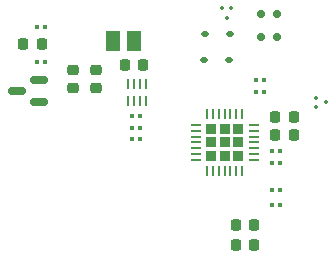
<source format=gbr>
%TF.GenerationSoftware,KiCad,Pcbnew,8.0.1*%
%TF.CreationDate,2024-09-08T05:12:41-06:00*%
%TF.ProjectId,USBHIDKey,55534248-4944-44b6-9579-2e6b69636164,rev?*%
%TF.SameCoordinates,Original*%
%TF.FileFunction,Paste,Bot*%
%TF.FilePolarity,Positive*%
%FSLAX46Y46*%
G04 Gerber Fmt 4.6, Leading zero omitted, Abs format (unit mm)*
G04 Created by KiCad (PCBNEW 8.0.1) date 2024-09-08 05:12:41*
%MOMM*%
%LPD*%
G01*
G04 APERTURE LIST*
G04 Aperture macros list*
%AMRoundRect*
0 Rectangle with rounded corners*
0 $1 Rounding radius*
0 $2 $3 $4 $5 $6 $7 $8 $9 X,Y pos of 4 corners*
0 Add a 4 corners polygon primitive as box body*
4,1,4,$2,$3,$4,$5,$6,$7,$8,$9,$2,$3,0*
0 Add four circle primitives for the rounded corners*
1,1,$1+$1,$2,$3*
1,1,$1+$1,$4,$5*
1,1,$1+$1,$6,$7*
1,1,$1+$1,$8,$9*
0 Add four rect primitives between the rounded corners*
20,1,$1+$1,$2,$3,$4,$5,0*
20,1,$1+$1,$4,$5,$6,$7,0*
20,1,$1+$1,$6,$7,$8,$9,0*
20,1,$1+$1,$8,$9,$2,$3,0*%
G04 Aperture macros list end*
%ADD10RoundRect,0.225000X-0.250000X0.225000X-0.250000X-0.225000X0.250000X-0.225000X0.250000X0.225000X0*%
%ADD11R,1.200000X1.820000*%
%ADD12RoundRect,0.150000X-0.150000X-0.200000X0.150000X-0.200000X0.150000X0.200000X-0.150000X0.200000X0*%
%ADD13RoundRect,0.079500X-0.079500X-0.100500X0.079500X-0.100500X0.079500X0.100500X-0.079500X0.100500X0*%
%ADD14RoundRect,0.079500X0.079500X0.100500X-0.079500X0.100500X-0.079500X-0.100500X0.079500X-0.100500X0*%
%ADD15RoundRect,0.112500X-0.187500X-0.112500X0.187500X-0.112500X0.187500X0.112500X-0.187500X0.112500X0*%
%ADD16RoundRect,0.075000X-0.075000X-0.075000X0.075000X-0.075000X0.075000X0.075000X-0.075000X0.075000X0*%
%ADD17RoundRect,0.225000X-0.225000X-0.250000X0.225000X-0.250000X0.225000X0.250000X-0.225000X0.250000X0*%
%ADD18RoundRect,0.225000X0.225000X0.250000X-0.225000X0.250000X-0.225000X-0.250000X0.225000X-0.250000X0*%
%ADD19RoundRect,0.218750X-0.218750X-0.256250X0.218750X-0.256250X0.218750X0.256250X-0.218750X0.256250X0*%
%ADD20RoundRect,0.225000X-0.225000X0.225000X-0.225000X-0.225000X0.225000X-0.225000X0.225000X0.225000X0*%
%ADD21RoundRect,0.062500X-0.062500X0.337500X-0.062500X-0.337500X0.062500X-0.337500X0.062500X0.337500X0*%
%ADD22RoundRect,0.062500X-0.337500X0.062500X-0.337500X-0.062500X0.337500X-0.062500X0.337500X0.062500X0*%
%ADD23RoundRect,0.075000X0.075000X-0.075000X0.075000X0.075000X-0.075000X0.075000X-0.075000X-0.075000X0*%
%ADD24RoundRect,0.062500X0.062500X-0.337500X0.062500X0.337500X-0.062500X0.337500X-0.062500X-0.337500X0*%
%ADD25RoundRect,0.218750X0.218750X0.256250X-0.218750X0.256250X-0.218750X-0.256250X0.218750X-0.256250X0*%
%ADD26RoundRect,0.150000X0.587500X0.150000X-0.587500X0.150000X-0.587500X-0.150000X0.587500X-0.150000X0*%
G04 APERTURE END LIST*
D10*
%TO.C,C3*%
X232867200Y-63664800D03*
X232867200Y-65214800D03*
%TD*%
%TO.C,C4*%
X230847600Y-63664800D03*
X230847600Y-65214800D03*
%TD*%
D11*
%TO.C,L1*%
X236013200Y-61264800D03*
X234293200Y-61264800D03*
%TD*%
D12*
%TO.C,D4*%
X248161000Y-58978800D03*
X246761000Y-58978800D03*
%TD*%
D13*
%TO.C,R12*%
X247747400Y-73888600D03*
X248437400Y-73888600D03*
%TD*%
%TO.C,R5*%
X246355000Y-64541400D03*
X247045000Y-64541400D03*
%TD*%
%TO.C,R11*%
X247747400Y-71526400D03*
X248437400Y-71526400D03*
%TD*%
D14*
%TO.C,R6*%
X247045000Y-65532000D03*
X246355000Y-65532000D03*
%TD*%
D12*
%TO.C,D3*%
X248161000Y-60858400D03*
X246761000Y-60858400D03*
%TD*%
D13*
%TO.C,C6*%
X235890200Y-69545200D03*
X236580200Y-69545200D03*
%TD*%
D14*
%TO.C,R3*%
X248426800Y-70535800D03*
X247736800Y-70535800D03*
%TD*%
D15*
%TO.C,D1*%
X241994000Y-62814200D03*
X244094000Y-62814200D03*
%TD*%
D16*
%TO.C,U4*%
X243535200Y-58445400D03*
X244235200Y-58445400D03*
X243885200Y-59295400D03*
%TD*%
D17*
%TO.C,C1*%
X248018000Y-67644800D03*
X249568000Y-67644800D03*
%TD*%
D14*
%TO.C,R8*%
X236575600Y-67589400D03*
X235885600Y-67589400D03*
%TD*%
D18*
%TO.C,C5*%
X236830200Y-63296800D03*
X235280200Y-63296800D03*
%TD*%
D13*
%TO.C,R7*%
X235890200Y-68580000D03*
X236580200Y-68580000D03*
%TD*%
%TO.C,R9*%
X227823200Y-63042800D03*
X228513200Y-63042800D03*
%TD*%
D17*
%TO.C,C2*%
X248018000Y-69215000D03*
X249568000Y-69215000D03*
%TD*%
D13*
%TO.C,R10*%
X227823200Y-60071000D03*
X228513200Y-60071000D03*
%TD*%
D19*
%TO.C,D7*%
X244670000Y-78530000D03*
X246245000Y-78530000D03*
%TD*%
D20*
%TO.C,U2*%
X244835400Y-68704600D03*
X243715400Y-68704600D03*
X242595400Y-68704600D03*
X244835400Y-69824600D03*
X243715400Y-69824600D03*
X242595400Y-69824600D03*
X244835400Y-70944600D03*
X243715400Y-70944600D03*
X242595400Y-70944600D03*
D21*
X242215400Y-67374600D03*
X242715400Y-67374600D03*
X243215400Y-67374600D03*
X243715400Y-67374600D03*
X244215400Y-67374600D03*
X244715400Y-67374600D03*
X245215400Y-67374600D03*
D22*
X246165400Y-68324600D03*
X246165400Y-68824600D03*
X246165400Y-69324600D03*
X246165400Y-69824600D03*
X246165400Y-70324600D03*
X246165400Y-70824600D03*
X246165400Y-71324600D03*
D21*
X245215400Y-72274600D03*
X244715400Y-72274600D03*
X244215400Y-72274600D03*
X243715400Y-72274600D03*
X243215400Y-72274600D03*
X242715400Y-72274600D03*
X242215400Y-72274600D03*
D22*
X241265400Y-71324600D03*
X241265400Y-70824600D03*
X241265400Y-70324600D03*
X241265400Y-69824600D03*
X241265400Y-69324600D03*
X241265400Y-68824600D03*
X241265400Y-68324600D03*
%TD*%
D23*
%TO.C,U3*%
X251434600Y-66790800D03*
X251434600Y-66090800D03*
X252284600Y-66440800D03*
%TD*%
D19*
%TO.C,D6*%
X244672500Y-76790000D03*
X246247500Y-76790000D03*
%TD*%
D15*
%TO.C,D2*%
X242044800Y-60604400D03*
X244144800Y-60604400D03*
%TD*%
D24*
%TO.C,U5*%
X237058200Y-66344800D03*
X236558200Y-66344800D03*
X236058200Y-66344800D03*
X235558200Y-66344800D03*
X235558200Y-64894800D03*
X236058200Y-64894800D03*
X236558200Y-64894800D03*
X237058200Y-64894800D03*
%TD*%
D25*
%TO.C,D5*%
X228219200Y-61493400D03*
X226644200Y-61493400D03*
%TD*%
D13*
%TO.C,R13*%
X247747400Y-75082400D03*
X248437400Y-75082400D03*
%TD*%
D26*
%TO.C,Q3*%
X227990400Y-64541400D03*
X227990400Y-66441400D03*
X226115400Y-65491400D03*
%TD*%
M02*

</source>
